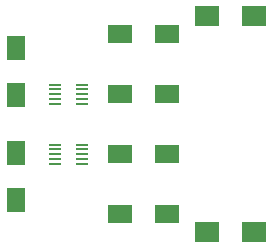
<source format=gbr>
G04 #@! TF.FileFunction,Paste,Top*
%FSLAX46Y46*%
G04 Gerber Fmt 4.6, Leading zero omitted, Abs format (unit mm)*
G04 Created by KiCad (PCBNEW 4.0.6) date 03/10/17 18:36:09*
%MOMM*%
%LPD*%
G01*
G04 APERTURE LIST*
%ADD10C,0.150000*%
%ADD11R,1.100000X0.225000*%
%ADD12R,2.000000X1.600000*%
%ADD13R,1.600000X2.000000*%
%ADD14R,2.000000X1.700000*%
G04 APERTURE END LIST*
D10*
D11*
X143630000Y-116040000D03*
X143630000Y-116440000D03*
X143630000Y-116840000D03*
X143630000Y-117240000D03*
X143630000Y-117640000D03*
X145930000Y-117640000D03*
X145930000Y-117240000D03*
X145930000Y-116840000D03*
X145930000Y-116440000D03*
X145930000Y-116040000D03*
D12*
X149130000Y-111760000D03*
X153130000Y-111760000D03*
X149130000Y-116840000D03*
X153130000Y-116840000D03*
X149130000Y-106680000D03*
X153130000Y-106680000D03*
X149130000Y-121920000D03*
X153130000Y-121920000D03*
D13*
X140335000Y-111855000D03*
X140335000Y-107855000D03*
X140335000Y-120745000D03*
X140335000Y-116745000D03*
D14*
X156496000Y-123444000D03*
X160496000Y-123444000D03*
X156496000Y-105156000D03*
X160496000Y-105156000D03*
D11*
X143630000Y-110960000D03*
X143630000Y-111360000D03*
X143630000Y-111760000D03*
X143630000Y-112160000D03*
X143630000Y-112560000D03*
X145930000Y-112560000D03*
X145930000Y-112160000D03*
X145930000Y-111760000D03*
X145930000Y-111360000D03*
X145930000Y-110960000D03*
M02*

</source>
